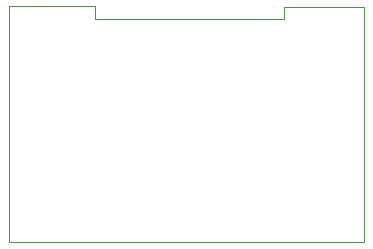
<source format=gm1>
G04*
G04 #@! TF.GenerationSoftware,Altium Limited,Altium Designer,18.0.9 (584)*
G04*
G04 Layer_Color=16711935*
%FSLAX44Y44*%
%MOMM*%
G71*
G01*
G75*
%ADD10C,0.1000*%
D10*
X339750Y594500D02*
Y605000D01*
X179500Y594500D02*
Y605812D01*
X339750Y605000D02*
X407000D01*
X107000Y605812D02*
X179500D01*
Y594500D02*
X339750D01*
X407000Y405500D02*
Y605000D01*
X107000Y405500D02*
X407000D01*
X107000D02*
Y605812D01*
M02*

</source>
